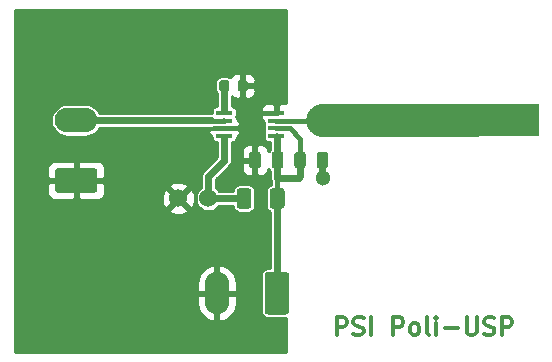
<source format=gbr>
G04 #@! TF.GenerationSoftware,KiCad,Pcbnew,(5.1.10)-1*
G04 #@! TF.CreationDate,2022-01-29T18:34:54-03:00*
G04 #@! TF.ProjectId,vco,76636f2e-6b69-4636-9164-5f7063625858,rev?*
G04 #@! TF.SameCoordinates,Original*
G04 #@! TF.FileFunction,Copper,L1,Top*
G04 #@! TF.FilePolarity,Positive*
%FSLAX46Y46*%
G04 Gerber Fmt 4.6, Leading zero omitted, Abs format (unit mm)*
G04 Created by KiCad (PCBNEW (5.1.10)-1) date 2022-01-29 18:34:54*
%MOMM*%
%LPD*%
G01*
G04 APERTURE LIST*
G04 #@! TA.AperFunction,NonConductor*
%ADD10C,0.300000*%
G04 #@! TD*
G04 #@! TA.AperFunction,ComponentPad*
%ADD11C,1.524000*%
G04 #@! TD*
G04 #@! TA.AperFunction,ComponentPad*
%ADD12O,3.600000X2.080000*%
G04 #@! TD*
G04 #@! TA.AperFunction,SMDPad,CuDef*
%ADD13R,7.620000X2.802900*%
G04 #@! TD*
G04 #@! TA.AperFunction,SMDPad,CuDef*
%ADD14R,1.425000X0.450000*%
G04 #@! TD*
G04 #@! TA.AperFunction,ComponentPad*
%ADD15O,2.080000X3.600000*%
G04 #@! TD*
G04 #@! TA.AperFunction,ViaPad*
%ADD16C,1.300000*%
G04 #@! TD*
G04 #@! TA.AperFunction,Conductor*
%ADD17C,0.600000*%
G04 #@! TD*
G04 #@! TA.AperFunction,Conductor*
%ADD18C,0.460000*%
G04 #@! TD*
G04 #@! TA.AperFunction,Conductor*
%ADD19C,0.300000*%
G04 #@! TD*
G04 #@! TA.AperFunction,Conductor*
%ADD20C,0.450000*%
G04 #@! TD*
G04 #@! TA.AperFunction,Conductor*
%ADD21C,2.803000*%
G04 #@! TD*
G04 #@! TA.AperFunction,Conductor*
%ADD22C,0.254000*%
G04 #@! TD*
G04 #@! TA.AperFunction,Conductor*
%ADD23C,0.100000*%
G04 #@! TD*
G04 APERTURE END LIST*
D10*
X160333502Y-112027091D02*
X160333502Y-110527091D01*
X160904931Y-110527091D01*
X161047788Y-110598520D01*
X161119217Y-110669948D01*
X161190645Y-110812805D01*
X161190645Y-111027091D01*
X161119217Y-111169948D01*
X161047788Y-111241377D01*
X160904931Y-111312805D01*
X160333502Y-111312805D01*
X161762074Y-111955662D02*
X161976360Y-112027091D01*
X162333502Y-112027091D01*
X162476360Y-111955662D01*
X162547788Y-111884234D01*
X162619217Y-111741377D01*
X162619217Y-111598520D01*
X162547788Y-111455662D01*
X162476360Y-111384234D01*
X162333502Y-111312805D01*
X162047788Y-111241377D01*
X161904931Y-111169948D01*
X161833502Y-111098520D01*
X161762074Y-110955662D01*
X161762074Y-110812805D01*
X161833502Y-110669948D01*
X161904931Y-110598520D01*
X162047788Y-110527091D01*
X162404931Y-110527091D01*
X162619217Y-110598520D01*
X163262074Y-112027091D02*
X163262074Y-110527091D01*
X165119217Y-112027091D02*
X165119217Y-110527091D01*
X165690645Y-110527091D01*
X165833502Y-110598520D01*
X165904931Y-110669948D01*
X165976360Y-110812805D01*
X165976360Y-111027091D01*
X165904931Y-111169948D01*
X165833502Y-111241377D01*
X165690645Y-111312805D01*
X165119217Y-111312805D01*
X166833502Y-112027091D02*
X166690645Y-111955662D01*
X166619217Y-111884234D01*
X166547788Y-111741377D01*
X166547788Y-111312805D01*
X166619217Y-111169948D01*
X166690645Y-111098520D01*
X166833502Y-111027091D01*
X167047788Y-111027091D01*
X167190645Y-111098520D01*
X167262074Y-111169948D01*
X167333502Y-111312805D01*
X167333502Y-111741377D01*
X167262074Y-111884234D01*
X167190645Y-111955662D01*
X167047788Y-112027091D01*
X166833502Y-112027091D01*
X168190645Y-112027091D02*
X168047788Y-111955662D01*
X167976360Y-111812805D01*
X167976360Y-110527091D01*
X168762074Y-112027091D02*
X168762074Y-111027091D01*
X168762074Y-110527091D02*
X168690645Y-110598520D01*
X168762074Y-110669948D01*
X168833502Y-110598520D01*
X168762074Y-110527091D01*
X168762074Y-110669948D01*
X169476360Y-111455662D02*
X170619217Y-111455662D01*
X171333502Y-110527091D02*
X171333502Y-111741377D01*
X171404931Y-111884234D01*
X171476360Y-111955662D01*
X171619217Y-112027091D01*
X171904931Y-112027091D01*
X172047788Y-111955662D01*
X172119217Y-111884234D01*
X172190645Y-111741377D01*
X172190645Y-110527091D01*
X172833502Y-111955662D02*
X173047788Y-112027091D01*
X173404931Y-112027091D01*
X173547788Y-111955662D01*
X173619217Y-111884234D01*
X173690645Y-111741377D01*
X173690645Y-111598520D01*
X173619217Y-111455662D01*
X173547788Y-111384234D01*
X173404931Y-111312805D01*
X173119217Y-111241377D01*
X172976360Y-111169948D01*
X172904931Y-111098520D01*
X172833502Y-110955662D01*
X172833502Y-110812805D01*
X172904931Y-110669948D01*
X172976360Y-110598520D01*
X173119217Y-110527091D01*
X173476360Y-110527091D01*
X173690645Y-110598520D01*
X174333502Y-112027091D02*
X174333502Y-110527091D01*
X174904931Y-110527091D01*
X175047788Y-110598520D01*
X175119217Y-110669948D01*
X175190645Y-110812805D01*
X175190645Y-111027091D01*
X175119217Y-111169948D01*
X175047788Y-111241377D01*
X174904931Y-111312805D01*
X174333502Y-111312805D01*
D11*
X149481540Y-100449380D03*
X146941540Y-100449380D03*
G04 #@! TA.AperFunction,SMDPad,CuDef*
G36*
G01*
X153923580Y-96728260D02*
X153923580Y-97678260D01*
G75*
G02*
X153673580Y-97928260I-250000J0D01*
G01*
X153173580Y-97928260D01*
G75*
G02*
X152923580Y-97678260I0J250000D01*
G01*
X152923580Y-96728260D01*
G75*
G02*
X153173580Y-96478260I250000J0D01*
G01*
X153673580Y-96478260D01*
G75*
G02*
X153923580Y-96728260I0J-250000D01*
G01*
G37*
G04 #@! TD.AperFunction*
G04 #@! TA.AperFunction,SMDPad,CuDef*
G36*
G01*
X155823580Y-96728260D02*
X155823580Y-97678260D01*
G75*
G02*
X155573580Y-97928260I-250000J0D01*
G01*
X155073580Y-97928260D01*
G75*
G02*
X154823580Y-97678260I0J250000D01*
G01*
X154823580Y-96728260D01*
G75*
G02*
X155073580Y-96478260I250000J0D01*
G01*
X155573580Y-96478260D01*
G75*
G02*
X155823580Y-96728260I0J-250000D01*
G01*
G37*
G04 #@! TD.AperFunction*
D12*
X138280140Y-93840300D03*
G04 #@! TA.AperFunction,ComponentPad*
G36*
G01*
X139830143Y-99960300D02*
X136730137Y-99960300D01*
G75*
G02*
X136480140Y-99710303I0J249997D01*
G01*
X136480140Y-98130297D01*
G75*
G02*
X136730137Y-97880300I249997J0D01*
G01*
X139830143Y-97880300D01*
G75*
G02*
X140080140Y-98130297I0J-249997D01*
G01*
X140080140Y-99710303D01*
G75*
G02*
X139830143Y-99960300I-249997J0D01*
G01*
G37*
G04 #@! TD.AperFunction*
D13*
X173631860Y-93825060D03*
G04 #@! TA.AperFunction,SMDPad,CuDef*
G36*
G01*
X155926140Y-99824380D02*
X155926140Y-101074380D01*
G75*
G02*
X155676140Y-101324380I-250000J0D01*
G01*
X154926140Y-101324380D01*
G75*
G02*
X154676140Y-101074380I0J250000D01*
G01*
X154676140Y-99824380D01*
G75*
G02*
X154926140Y-99574380I250000J0D01*
G01*
X155676140Y-99574380D01*
G75*
G02*
X155926140Y-99824380I0J-250000D01*
G01*
G37*
G04 #@! TD.AperFunction*
G04 #@! TA.AperFunction,SMDPad,CuDef*
G36*
G01*
X153126140Y-99824380D02*
X153126140Y-101074380D01*
G75*
G02*
X152876140Y-101324380I-250000J0D01*
G01*
X152126140Y-101324380D01*
G75*
G02*
X151876140Y-101074380I0J250000D01*
G01*
X151876140Y-99824380D01*
G75*
G02*
X152126140Y-99574380I250000J0D01*
G01*
X152876140Y-99574380D01*
G75*
G02*
X153126140Y-99824380I0J-250000D01*
G01*
G37*
G04 #@! TD.AperFunction*
D14*
X155244460Y-93205660D03*
X155244460Y-93855660D03*
X155244460Y-94505660D03*
X155244460Y-95155660D03*
X150820460Y-95155660D03*
X150820460Y-94505660D03*
X150820460Y-93855660D03*
X150820460Y-93205660D03*
D15*
X150200360Y-108478320D03*
G04 #@! TA.AperFunction,ComponentPad*
G36*
G01*
X156320360Y-106928317D02*
X156320360Y-110028323D01*
G75*
G02*
X156070363Y-110278320I-249997J0D01*
G01*
X154490357Y-110278320D01*
G75*
G02*
X154240360Y-110028323I0J249997D01*
G01*
X154240360Y-106928317D01*
G75*
G02*
X154490357Y-106678320I249997J0D01*
G01*
X156070363Y-106678320D01*
G75*
G02*
X156320360Y-106928317I0J-249997D01*
G01*
G37*
G04 #@! TD.AperFunction*
G04 #@! TA.AperFunction,SMDPad,CuDef*
G36*
G01*
X150379980Y-91160310D02*
X150379980Y-90647810D01*
G75*
G02*
X150598730Y-90429060I218750J0D01*
G01*
X151036230Y-90429060D01*
G75*
G02*
X151254980Y-90647810I0J-218750D01*
G01*
X151254980Y-91160310D01*
G75*
G02*
X151036230Y-91379060I-218750J0D01*
G01*
X150598730Y-91379060D01*
G75*
G02*
X150379980Y-91160310I0J218750D01*
G01*
G37*
G04 #@! TD.AperFunction*
G04 #@! TA.AperFunction,SMDPad,CuDef*
G36*
G01*
X151954980Y-91160310D02*
X151954980Y-90647810D01*
G75*
G02*
X152173730Y-90429060I218750J0D01*
G01*
X152611230Y-90429060D01*
G75*
G02*
X152829980Y-90647810I0J-218750D01*
G01*
X152829980Y-91160310D01*
G75*
G02*
X152611230Y-91379060I-218750J0D01*
G01*
X152173730Y-91379060D01*
G75*
G02*
X151954980Y-91160310I0J218750D01*
G01*
G37*
G04 #@! TD.AperFunction*
G04 #@! TA.AperFunction,SMDPad,CuDef*
G36*
G01*
X158636120Y-97659510D02*
X158636120Y-96747010D01*
G75*
G02*
X158879870Y-96503260I243750J0D01*
G01*
X159367370Y-96503260D01*
G75*
G02*
X159611120Y-96747010I0J-243750D01*
G01*
X159611120Y-97659510D01*
G75*
G02*
X159367370Y-97903260I-243750J0D01*
G01*
X158879870Y-97903260D01*
G75*
G02*
X158636120Y-97659510I0J243750D01*
G01*
G37*
G04 #@! TD.AperFunction*
G04 #@! TA.AperFunction,SMDPad,CuDef*
G36*
G01*
X156761120Y-97659510D02*
X156761120Y-96747010D01*
G75*
G02*
X157004870Y-96503260I243750J0D01*
G01*
X157492370Y-96503260D01*
G75*
G02*
X157736120Y-96747010I0J-243750D01*
G01*
X157736120Y-97659510D01*
G75*
G02*
X157492370Y-97903260I-243750J0D01*
G01*
X157004870Y-97903260D01*
G75*
G02*
X156761120Y-97659510I0J243750D01*
G01*
G37*
G04 #@! TD.AperFunction*
D16*
X155312460Y-90698660D03*
X148812460Y-95198660D03*
X159146240Y-98724720D03*
D17*
X159123620Y-98702100D02*
X159146240Y-98724720D01*
X159123620Y-97203260D02*
X159123620Y-98702100D01*
X150817480Y-90904060D02*
X150817480Y-92732760D01*
X150820460Y-92735740D02*
X150820460Y-93055650D01*
X150817480Y-92732760D02*
X150820460Y-92735740D01*
X155323580Y-97203260D02*
X155323580Y-95234780D01*
D18*
X155323580Y-100426940D02*
X155301140Y-100449380D01*
D17*
X155323580Y-98689200D02*
X157109120Y-98689200D01*
X155323580Y-97203260D02*
X155323580Y-98689200D01*
D18*
X155323580Y-98689200D02*
X155323580Y-100426940D01*
D17*
X157248620Y-98549700D02*
X157248620Y-97203260D01*
D18*
X157109120Y-98689200D02*
X157248620Y-98549700D01*
X155301140Y-108457540D02*
X155280360Y-108478320D01*
D17*
X155301140Y-100449380D02*
X155301140Y-108457540D01*
D19*
X155344470Y-94605670D02*
X155244460Y-94505660D01*
X155300220Y-95099900D02*
X155244460Y-95155660D01*
D20*
X155244460Y-94505660D02*
X156354660Y-94505660D01*
X157248620Y-95399620D02*
X157248620Y-97203260D01*
X156354660Y-94505660D02*
X157248620Y-95399620D01*
D18*
X172712260Y-93855660D02*
X172717460Y-93850460D01*
D20*
X156311480Y-93855660D02*
X155244460Y-93855660D01*
D19*
X156311600Y-93855540D02*
X156311480Y-93855660D01*
D21*
X172027400Y-93825060D02*
X159072580Y-93825060D01*
D17*
X159042100Y-93855540D02*
X159397700Y-93855540D01*
D20*
X156311600Y-93855540D02*
X159042100Y-93855540D01*
D17*
X149481540Y-100449380D02*
X152501140Y-100449380D01*
X149481540Y-100449380D02*
X149481540Y-98579940D01*
X149481540Y-98579940D02*
X150820460Y-97241020D01*
X150820460Y-97241020D02*
X150820460Y-95230661D01*
D20*
X138295500Y-93855660D02*
X138280140Y-93840300D01*
D17*
X138393002Y-93845380D02*
X149730460Y-93845380D01*
D19*
X150805100Y-93840300D02*
X150820460Y-93855660D01*
D20*
X149740740Y-93855660D02*
X149730460Y-93845380D01*
X150820460Y-93855660D02*
X149740740Y-93855660D01*
D22*
X156054316Y-92351555D02*
X155947127Y-92342664D01*
X155530210Y-92345660D01*
X155371460Y-92504410D01*
X155371460Y-93107660D01*
X155391460Y-93107660D01*
X155391460Y-93302078D01*
X154531960Y-93302078D01*
X154515899Y-93303660D01*
X154055710Y-93303660D01*
X153896960Y-93462410D01*
X153908141Y-93564771D01*
X153946291Y-93683895D01*
X154006949Y-93793288D01*
X154087782Y-93888745D01*
X154185684Y-93966598D01*
X154203378Y-93975708D01*
X154203378Y-94080660D01*
X154209692Y-94144763D01*
X154220581Y-94180660D01*
X154209692Y-94216557D01*
X154203378Y-94280660D01*
X154203378Y-94730660D01*
X154209692Y-94794763D01*
X154220581Y-94830660D01*
X154209692Y-94866557D01*
X154203378Y-94930660D01*
X154203378Y-95380660D01*
X154209692Y-95444763D01*
X154228390Y-95506403D01*
X154258754Y-95563210D01*
X154299617Y-95613003D01*
X154349410Y-95653866D01*
X154406217Y-95684230D01*
X154467857Y-95702928D01*
X154531960Y-95709242D01*
X154696581Y-95709242D01*
X154696580Y-96292781D01*
X154664461Y-96319141D01*
X154592507Y-96406817D01*
X154560511Y-96466677D01*
X154549392Y-96353778D01*
X154513082Y-96234080D01*
X154454117Y-96123766D01*
X154374765Y-96027075D01*
X154278074Y-95947723D01*
X154167760Y-95888758D01*
X154048062Y-95852448D01*
X153923580Y-95840188D01*
X153709330Y-95843260D01*
X153550580Y-96002010D01*
X153550580Y-97076260D01*
X153570580Y-97076260D01*
X153570580Y-97330260D01*
X153550580Y-97330260D01*
X153550580Y-98404510D01*
X153709330Y-98563260D01*
X153923580Y-98566332D01*
X154048062Y-98554072D01*
X154167760Y-98517762D01*
X154278074Y-98458797D01*
X154374765Y-98379445D01*
X154454117Y-98282754D01*
X154513082Y-98172440D01*
X154549392Y-98052742D01*
X154560511Y-97939843D01*
X154592507Y-97999703D01*
X154664461Y-98087379D01*
X154696581Y-98113739D01*
X154696581Y-98658396D01*
X154693547Y-98689200D01*
X154705653Y-98812113D01*
X154741505Y-98930303D01*
X154766580Y-98977215D01*
X154766580Y-99271076D01*
X154704726Y-99289840D01*
X154604697Y-99343307D01*
X154517021Y-99415261D01*
X154445067Y-99502937D01*
X154391600Y-99602966D01*
X154358675Y-99711504D01*
X154347558Y-99824380D01*
X154347558Y-101074380D01*
X154358675Y-101187256D01*
X154391600Y-101295794D01*
X154445067Y-101395823D01*
X154517021Y-101483499D01*
X154604697Y-101555453D01*
X154674140Y-101592571D01*
X154674141Y-106349738D01*
X154490357Y-106349738D01*
X154377482Y-106360855D01*
X154268944Y-106393780D01*
X154168916Y-106447246D01*
X154081240Y-106519200D01*
X154009286Y-106606876D01*
X153955820Y-106706904D01*
X153922895Y-106815442D01*
X153911778Y-106928317D01*
X153911778Y-110028323D01*
X153922895Y-110141198D01*
X153955820Y-110249736D01*
X154009286Y-110349764D01*
X154081240Y-110437440D01*
X154168916Y-110509394D01*
X154268944Y-110562860D01*
X154377482Y-110595785D01*
X154490357Y-110606902D01*
X156021505Y-110606902D01*
X156016421Y-113435507D01*
X133074370Y-113440709D01*
X133080983Y-108605320D01*
X148525360Y-108605320D01*
X148525360Y-109365320D01*
X148582321Y-109689656D01*
X148701462Y-109996647D01*
X148878205Y-110274496D01*
X149105758Y-110512526D01*
X149375376Y-110701589D01*
X149676697Y-110834419D01*
X149813650Y-110868068D01*
X150073360Y-110749242D01*
X150073360Y-108605320D01*
X150327360Y-108605320D01*
X150327360Y-110749242D01*
X150587070Y-110868068D01*
X150724023Y-110834419D01*
X151025344Y-110701589D01*
X151294962Y-110512526D01*
X151522515Y-110274496D01*
X151699258Y-109996647D01*
X151818399Y-109689656D01*
X151875360Y-109365320D01*
X151875360Y-108605320D01*
X150327360Y-108605320D01*
X150073360Y-108605320D01*
X148525360Y-108605320D01*
X133080983Y-108605320D01*
X133082370Y-107591320D01*
X148525360Y-107591320D01*
X148525360Y-108351320D01*
X150073360Y-108351320D01*
X150073360Y-106207398D01*
X150327360Y-106207398D01*
X150327360Y-108351320D01*
X151875360Y-108351320D01*
X151875360Y-107591320D01*
X151818399Y-107266984D01*
X151699258Y-106959993D01*
X151522515Y-106682144D01*
X151294962Y-106444114D01*
X151025344Y-106255051D01*
X150724023Y-106122221D01*
X150587070Y-106088572D01*
X150327360Y-106207398D01*
X150073360Y-106207398D01*
X149813650Y-106088572D01*
X149676697Y-106122221D01*
X149375376Y-106255051D01*
X149105758Y-106444114D01*
X148878205Y-106682144D01*
X148701462Y-106959993D01*
X148582321Y-107266984D01*
X148525360Y-107591320D01*
X133082370Y-107591320D01*
X133090819Y-101414945D01*
X146155580Y-101414945D01*
X146222560Y-101655036D01*
X146471588Y-101772136D01*
X146738675Y-101838403D01*
X147013557Y-101851290D01*
X147285673Y-101810302D01*
X147544563Y-101717016D01*
X147660520Y-101655036D01*
X147727500Y-101414945D01*
X146941540Y-100628985D01*
X146155580Y-101414945D01*
X133090819Y-101414945D01*
X133092809Y-99960300D01*
X135842068Y-99960300D01*
X135854328Y-100084782D01*
X135890638Y-100204480D01*
X135949603Y-100314794D01*
X136028955Y-100411485D01*
X136125646Y-100490837D01*
X136235960Y-100549802D01*
X136355658Y-100586112D01*
X136480140Y-100598372D01*
X137994390Y-100595300D01*
X138153140Y-100436550D01*
X138153140Y-99047300D01*
X138407140Y-99047300D01*
X138407140Y-100436550D01*
X138565890Y-100595300D01*
X140080140Y-100598372D01*
X140204622Y-100586112D01*
X140324320Y-100549802D01*
X140377461Y-100521397D01*
X145539630Y-100521397D01*
X145580618Y-100793513D01*
X145673904Y-101052403D01*
X145735884Y-101168360D01*
X145975975Y-101235340D01*
X146761935Y-100449380D01*
X147121145Y-100449380D01*
X147907105Y-101235340D01*
X148147196Y-101168360D01*
X148264296Y-100919332D01*
X148330563Y-100652245D01*
X148343450Y-100377363D01*
X148338142Y-100342123D01*
X148392540Y-100342123D01*
X148392540Y-100556637D01*
X148434390Y-100767030D01*
X148516481Y-100965215D01*
X148635659Y-101143577D01*
X148787343Y-101295261D01*
X148965705Y-101414439D01*
X149163890Y-101496530D01*
X149374283Y-101538380D01*
X149588797Y-101538380D01*
X149799190Y-101496530D01*
X149997375Y-101414439D01*
X150175737Y-101295261D01*
X150327421Y-101143577D01*
X150372321Y-101076380D01*
X151547755Y-101076380D01*
X151558675Y-101187256D01*
X151591600Y-101295794D01*
X151645067Y-101395823D01*
X151717021Y-101483499D01*
X151804697Y-101555453D01*
X151904726Y-101608920D01*
X152013264Y-101641845D01*
X152126140Y-101652962D01*
X152876140Y-101652962D01*
X152989016Y-101641845D01*
X153097554Y-101608920D01*
X153197583Y-101555453D01*
X153285259Y-101483499D01*
X153357213Y-101395823D01*
X153410680Y-101295794D01*
X153443605Y-101187256D01*
X153454722Y-101074380D01*
X153454722Y-99824380D01*
X153443605Y-99711504D01*
X153410680Y-99602966D01*
X153357213Y-99502937D01*
X153285259Y-99415261D01*
X153197583Y-99343307D01*
X153097554Y-99289840D01*
X152989016Y-99256915D01*
X152876140Y-99245798D01*
X152126140Y-99245798D01*
X152013264Y-99256915D01*
X151904726Y-99289840D01*
X151804697Y-99343307D01*
X151717021Y-99415261D01*
X151645067Y-99502937D01*
X151591600Y-99602966D01*
X151558675Y-99711504D01*
X151547755Y-99822380D01*
X150372321Y-99822380D01*
X150327421Y-99755183D01*
X150175737Y-99603499D01*
X150108540Y-99558599D01*
X150108540Y-98839651D01*
X151019931Y-97928260D01*
X152285508Y-97928260D01*
X152297768Y-98052742D01*
X152334078Y-98172440D01*
X152393043Y-98282754D01*
X152472395Y-98379445D01*
X152569086Y-98458797D01*
X152679400Y-98517762D01*
X152799098Y-98554072D01*
X152923580Y-98566332D01*
X153137830Y-98563260D01*
X153296580Y-98404510D01*
X153296580Y-97330260D01*
X152447330Y-97330260D01*
X152288580Y-97489010D01*
X152285508Y-97928260D01*
X151019931Y-97928260D01*
X151242039Y-97706153D01*
X151265961Y-97686521D01*
X151344313Y-97591048D01*
X151402535Y-97482123D01*
X151438387Y-97363933D01*
X151447460Y-97271814D01*
X151447460Y-97271813D01*
X151450493Y-97241020D01*
X151447460Y-97210226D01*
X151447460Y-96478260D01*
X152285508Y-96478260D01*
X152288580Y-96917510D01*
X152447330Y-97076260D01*
X153296580Y-97076260D01*
X153296580Y-96002010D01*
X153137830Y-95843260D01*
X152923580Y-95840188D01*
X152799098Y-95852448D01*
X152679400Y-95888758D01*
X152569086Y-95947723D01*
X152472395Y-96027075D01*
X152393043Y-96123766D01*
X152334078Y-96234080D01*
X152297768Y-96353778D01*
X152285508Y-96478260D01*
X151447460Y-96478260D01*
X151447460Y-95709242D01*
X151532960Y-95709242D01*
X151597063Y-95702928D01*
X151658703Y-95684230D01*
X151715510Y-95653866D01*
X151765303Y-95613003D01*
X151806166Y-95563210D01*
X151836530Y-95506403D01*
X151855228Y-95444763D01*
X151861542Y-95380660D01*
X151861542Y-95275708D01*
X151879236Y-95266598D01*
X151977138Y-95188745D01*
X152057971Y-95093288D01*
X152118629Y-94983895D01*
X152156779Y-94864771D01*
X152167960Y-94762410D01*
X152009210Y-94603660D01*
X151549021Y-94603660D01*
X151532960Y-94602078D01*
X150835182Y-94602078D01*
X150820460Y-94600628D01*
X150805738Y-94602078D01*
X150107960Y-94602078D01*
X150091899Y-94603660D01*
X149631710Y-94603660D01*
X149472960Y-94762410D01*
X149484141Y-94864771D01*
X149522291Y-94983895D01*
X149582949Y-95093288D01*
X149663782Y-95188745D01*
X149761684Y-95266598D01*
X149779378Y-95275708D01*
X149779378Y-95380660D01*
X149785692Y-95444763D01*
X149804390Y-95506403D01*
X149834754Y-95563210D01*
X149875617Y-95613003D01*
X149925410Y-95653866D01*
X149982217Y-95684230D01*
X150043857Y-95702928D01*
X150107960Y-95709242D01*
X150193461Y-95709242D01*
X150193460Y-96981308D01*
X149059962Y-98114807D01*
X149036040Y-98134439D01*
X148957688Y-98229912D01*
X148899466Y-98338837D01*
X148863613Y-98457028D01*
X148851507Y-98579940D01*
X148854541Y-98610744D01*
X148854540Y-99558599D01*
X148787343Y-99603499D01*
X148635659Y-99755183D01*
X148516481Y-99933545D01*
X148434390Y-100131730D01*
X148392540Y-100342123D01*
X148338142Y-100342123D01*
X148302462Y-100105247D01*
X148209176Y-99846357D01*
X148147196Y-99730400D01*
X147907105Y-99663420D01*
X147121145Y-100449380D01*
X146761935Y-100449380D01*
X145975975Y-99663420D01*
X145735884Y-99730400D01*
X145618784Y-99979428D01*
X145552517Y-100246515D01*
X145539630Y-100521397D01*
X140377461Y-100521397D01*
X140434634Y-100490837D01*
X140531325Y-100411485D01*
X140610677Y-100314794D01*
X140669642Y-100204480D01*
X140705952Y-100084782D01*
X140718212Y-99960300D01*
X140716272Y-99483815D01*
X146155580Y-99483815D01*
X146941540Y-100269775D01*
X147727500Y-99483815D01*
X147660520Y-99243724D01*
X147411492Y-99126624D01*
X147144405Y-99060357D01*
X146869523Y-99047470D01*
X146597407Y-99088458D01*
X146338517Y-99181744D01*
X146222560Y-99243724D01*
X146155580Y-99483815D01*
X140716272Y-99483815D01*
X140715140Y-99206050D01*
X140556390Y-99047300D01*
X138407140Y-99047300D01*
X138153140Y-99047300D01*
X136003890Y-99047300D01*
X135845140Y-99206050D01*
X135842068Y-99960300D01*
X133092809Y-99960300D01*
X133095654Y-97880300D01*
X135842068Y-97880300D01*
X135845140Y-98634550D01*
X136003890Y-98793300D01*
X138153140Y-98793300D01*
X138153140Y-97404050D01*
X138407140Y-97404050D01*
X138407140Y-98793300D01*
X140556390Y-98793300D01*
X140715140Y-98634550D01*
X140718212Y-97880300D01*
X140705952Y-97755818D01*
X140669642Y-97636120D01*
X140610677Y-97525806D01*
X140531325Y-97429115D01*
X140434634Y-97349763D01*
X140324320Y-97290798D01*
X140204622Y-97254488D01*
X140080140Y-97242228D01*
X138565890Y-97245300D01*
X138407140Y-97404050D01*
X138153140Y-97404050D01*
X137994390Y-97245300D01*
X136480140Y-97242228D01*
X136355658Y-97254488D01*
X136235960Y-97290798D01*
X136125646Y-97349763D01*
X136028955Y-97429115D01*
X135949603Y-97525806D01*
X135890638Y-97636120D01*
X135854328Y-97755818D01*
X135842068Y-97880300D01*
X133095654Y-97880300D01*
X133101180Y-93840300D01*
X136146526Y-93840300D01*
X136172920Y-94108279D01*
X136251086Y-94365959D01*
X136378022Y-94603439D01*
X136548848Y-94811592D01*
X136757001Y-94982418D01*
X136994481Y-95109354D01*
X137252161Y-95187520D01*
X137452988Y-95207300D01*
X139107292Y-95207300D01*
X139308119Y-95187520D01*
X139565799Y-95109354D01*
X139803279Y-94982418D01*
X140011432Y-94811592D01*
X140182258Y-94603439D01*
X140252311Y-94472380D01*
X149761254Y-94472380D01*
X149853373Y-94463307D01*
X149971563Y-94427455D01*
X150008597Y-94407660D01*
X150091899Y-94407660D01*
X150107960Y-94409242D01*
X151532960Y-94409242D01*
X151549021Y-94407660D01*
X152009210Y-94407660D01*
X152167960Y-94248910D01*
X152156779Y-94146549D01*
X152118629Y-94027425D01*
X152057971Y-93918032D01*
X151977138Y-93822575D01*
X151879236Y-93744722D01*
X151861542Y-93735612D01*
X151861542Y-93630660D01*
X151855228Y-93566557D01*
X151844339Y-93530660D01*
X151855228Y-93494763D01*
X151861542Y-93430660D01*
X151861542Y-92980660D01*
X151858415Y-92948910D01*
X153896960Y-92948910D01*
X154055710Y-93107660D01*
X155117460Y-93107660D01*
X155117460Y-92504410D01*
X154958710Y-92345660D01*
X154541793Y-92342664D01*
X154417137Y-92353004D01*
X154296894Y-92387465D01*
X154185684Y-92444722D01*
X154087782Y-92522575D01*
X154006949Y-92618032D01*
X153946291Y-92727425D01*
X153908141Y-92846549D01*
X153896960Y-92948910D01*
X151858415Y-92948910D01*
X151855228Y-92916557D01*
X151836530Y-92854917D01*
X151806166Y-92798110D01*
X151765303Y-92748317D01*
X151715510Y-92707454D01*
X151658703Y-92677090D01*
X151597063Y-92658392D01*
X151532960Y-92652078D01*
X151444480Y-92652078D01*
X151444480Y-91757969D01*
X151503795Y-91830245D01*
X151600486Y-91909597D01*
X151710800Y-91968562D01*
X151830498Y-92004872D01*
X151954980Y-92017132D01*
X152106730Y-92014060D01*
X152265480Y-91855310D01*
X152265480Y-91031060D01*
X152519480Y-91031060D01*
X152519480Y-91855310D01*
X152678230Y-92014060D01*
X152829980Y-92017132D01*
X152954462Y-92004872D01*
X153074160Y-91968562D01*
X153184474Y-91909597D01*
X153281165Y-91830245D01*
X153360517Y-91733554D01*
X153419482Y-91623240D01*
X153455792Y-91503542D01*
X153468052Y-91379060D01*
X153464980Y-91189810D01*
X153306230Y-91031060D01*
X152519480Y-91031060D01*
X152265480Y-91031060D01*
X152245480Y-91031060D01*
X152245480Y-90777060D01*
X152265480Y-90777060D01*
X152265480Y-89952810D01*
X152519480Y-89952810D01*
X152519480Y-90777060D01*
X153306230Y-90777060D01*
X153464980Y-90618310D01*
X153468052Y-90429060D01*
X153455792Y-90304578D01*
X153419482Y-90184880D01*
X153360517Y-90074566D01*
X153281165Y-89977875D01*
X153184474Y-89898523D01*
X153074160Y-89839558D01*
X152954462Y-89803248D01*
X152829980Y-89790988D01*
X152678230Y-89794060D01*
X152519480Y-89952810D01*
X152265480Y-89952810D01*
X152106730Y-89794060D01*
X151954980Y-89790988D01*
X151830498Y-89803248D01*
X151710800Y-89839558D01*
X151600486Y-89898523D01*
X151503795Y-89977875D01*
X151424443Y-90074566D01*
X151365478Y-90184880D01*
X151358557Y-90207694D01*
X151340311Y-90192720D01*
X151245685Y-90142141D01*
X151143009Y-90110995D01*
X151036230Y-90100478D01*
X150598730Y-90100478D01*
X150491951Y-90110995D01*
X150389275Y-90142141D01*
X150294649Y-90192720D01*
X150211708Y-90260788D01*
X150143640Y-90343729D01*
X150093061Y-90438355D01*
X150061915Y-90541031D01*
X150051398Y-90647810D01*
X150051398Y-91160310D01*
X150061915Y-91267089D01*
X150093061Y-91369765D01*
X150143640Y-91464391D01*
X150190480Y-91521466D01*
X150190481Y-92652078D01*
X150107960Y-92652078D01*
X150043857Y-92658392D01*
X149982217Y-92677090D01*
X149925410Y-92707454D01*
X149875617Y-92748317D01*
X149834754Y-92798110D01*
X149804390Y-92854917D01*
X149785692Y-92916557D01*
X149779378Y-92980660D01*
X149779378Y-93220165D01*
X149761254Y-93218380D01*
X140257741Y-93218380D01*
X140182258Y-93077161D01*
X140011432Y-92869008D01*
X139803279Y-92698182D01*
X139565799Y-92571246D01*
X139308119Y-92493080D01*
X139107292Y-92473300D01*
X137452988Y-92473300D01*
X137252161Y-92493080D01*
X136994481Y-92571246D01*
X136757001Y-92698182D01*
X136548848Y-92869008D01*
X136378022Y-93077161D01*
X136251086Y-93314641D01*
X136172920Y-93572321D01*
X136146526Y-93840300D01*
X133101180Y-93840300D01*
X133113910Y-84534101D01*
X156068399Y-84515869D01*
X156054316Y-92351555D01*
G04 #@! TA.AperFunction,Conductor*
D23*
G36*
X156054316Y-92351555D02*
G01*
X155947127Y-92342664D01*
X155530210Y-92345660D01*
X155371460Y-92504410D01*
X155371460Y-93107660D01*
X155391460Y-93107660D01*
X155391460Y-93302078D01*
X154531960Y-93302078D01*
X154515899Y-93303660D01*
X154055710Y-93303660D01*
X153896960Y-93462410D01*
X153908141Y-93564771D01*
X153946291Y-93683895D01*
X154006949Y-93793288D01*
X154087782Y-93888745D01*
X154185684Y-93966598D01*
X154203378Y-93975708D01*
X154203378Y-94080660D01*
X154209692Y-94144763D01*
X154220581Y-94180660D01*
X154209692Y-94216557D01*
X154203378Y-94280660D01*
X154203378Y-94730660D01*
X154209692Y-94794763D01*
X154220581Y-94830660D01*
X154209692Y-94866557D01*
X154203378Y-94930660D01*
X154203378Y-95380660D01*
X154209692Y-95444763D01*
X154228390Y-95506403D01*
X154258754Y-95563210D01*
X154299617Y-95613003D01*
X154349410Y-95653866D01*
X154406217Y-95684230D01*
X154467857Y-95702928D01*
X154531960Y-95709242D01*
X154696581Y-95709242D01*
X154696580Y-96292781D01*
X154664461Y-96319141D01*
X154592507Y-96406817D01*
X154560511Y-96466677D01*
X154549392Y-96353778D01*
X154513082Y-96234080D01*
X154454117Y-96123766D01*
X154374765Y-96027075D01*
X154278074Y-95947723D01*
X154167760Y-95888758D01*
X154048062Y-95852448D01*
X153923580Y-95840188D01*
X153709330Y-95843260D01*
X153550580Y-96002010D01*
X153550580Y-97076260D01*
X153570580Y-97076260D01*
X153570580Y-97330260D01*
X153550580Y-97330260D01*
X153550580Y-98404510D01*
X153709330Y-98563260D01*
X153923580Y-98566332D01*
X154048062Y-98554072D01*
X154167760Y-98517762D01*
X154278074Y-98458797D01*
X154374765Y-98379445D01*
X154454117Y-98282754D01*
X154513082Y-98172440D01*
X154549392Y-98052742D01*
X154560511Y-97939843D01*
X154592507Y-97999703D01*
X154664461Y-98087379D01*
X154696581Y-98113739D01*
X154696581Y-98658396D01*
X154693547Y-98689200D01*
X154705653Y-98812113D01*
X154741505Y-98930303D01*
X154766580Y-98977215D01*
X154766580Y-99271076D01*
X154704726Y-99289840D01*
X154604697Y-99343307D01*
X154517021Y-99415261D01*
X154445067Y-99502937D01*
X154391600Y-99602966D01*
X154358675Y-99711504D01*
X154347558Y-99824380D01*
X154347558Y-101074380D01*
X154358675Y-101187256D01*
X154391600Y-101295794D01*
X154445067Y-101395823D01*
X154517021Y-101483499D01*
X154604697Y-101555453D01*
X154674140Y-101592571D01*
X154674141Y-106349738D01*
X154490357Y-106349738D01*
X154377482Y-106360855D01*
X154268944Y-106393780D01*
X154168916Y-106447246D01*
X154081240Y-106519200D01*
X154009286Y-106606876D01*
X153955820Y-106706904D01*
X153922895Y-106815442D01*
X153911778Y-106928317D01*
X153911778Y-110028323D01*
X153922895Y-110141198D01*
X153955820Y-110249736D01*
X154009286Y-110349764D01*
X154081240Y-110437440D01*
X154168916Y-110509394D01*
X154268944Y-110562860D01*
X154377482Y-110595785D01*
X154490357Y-110606902D01*
X156021505Y-110606902D01*
X156016421Y-113435507D01*
X133074370Y-113440709D01*
X133080983Y-108605320D01*
X148525360Y-108605320D01*
X148525360Y-109365320D01*
X148582321Y-109689656D01*
X148701462Y-109996647D01*
X148878205Y-110274496D01*
X149105758Y-110512526D01*
X149375376Y-110701589D01*
X149676697Y-110834419D01*
X149813650Y-110868068D01*
X150073360Y-110749242D01*
X150073360Y-108605320D01*
X150327360Y-108605320D01*
X150327360Y-110749242D01*
X150587070Y-110868068D01*
X150724023Y-110834419D01*
X151025344Y-110701589D01*
X151294962Y-110512526D01*
X151522515Y-110274496D01*
X151699258Y-109996647D01*
X151818399Y-109689656D01*
X151875360Y-109365320D01*
X151875360Y-108605320D01*
X150327360Y-108605320D01*
X150073360Y-108605320D01*
X148525360Y-108605320D01*
X133080983Y-108605320D01*
X133082370Y-107591320D01*
X148525360Y-107591320D01*
X148525360Y-108351320D01*
X150073360Y-108351320D01*
X150073360Y-106207398D01*
X150327360Y-106207398D01*
X150327360Y-108351320D01*
X151875360Y-108351320D01*
X151875360Y-107591320D01*
X151818399Y-107266984D01*
X151699258Y-106959993D01*
X151522515Y-106682144D01*
X151294962Y-106444114D01*
X151025344Y-106255051D01*
X150724023Y-106122221D01*
X150587070Y-106088572D01*
X150327360Y-106207398D01*
X150073360Y-106207398D01*
X149813650Y-106088572D01*
X149676697Y-106122221D01*
X149375376Y-106255051D01*
X149105758Y-106444114D01*
X148878205Y-106682144D01*
X148701462Y-106959993D01*
X148582321Y-107266984D01*
X148525360Y-107591320D01*
X133082370Y-107591320D01*
X133090819Y-101414945D01*
X146155580Y-101414945D01*
X146222560Y-101655036D01*
X146471588Y-101772136D01*
X146738675Y-101838403D01*
X147013557Y-101851290D01*
X147285673Y-101810302D01*
X147544563Y-101717016D01*
X147660520Y-101655036D01*
X147727500Y-101414945D01*
X146941540Y-100628985D01*
X146155580Y-101414945D01*
X133090819Y-101414945D01*
X133092809Y-99960300D01*
X135842068Y-99960300D01*
X135854328Y-100084782D01*
X135890638Y-100204480D01*
X135949603Y-100314794D01*
X136028955Y-100411485D01*
X136125646Y-100490837D01*
X136235960Y-100549802D01*
X136355658Y-100586112D01*
X136480140Y-100598372D01*
X137994390Y-100595300D01*
X138153140Y-100436550D01*
X138153140Y-99047300D01*
X138407140Y-99047300D01*
X138407140Y-100436550D01*
X138565890Y-100595300D01*
X140080140Y-100598372D01*
X140204622Y-100586112D01*
X140324320Y-100549802D01*
X140377461Y-100521397D01*
X145539630Y-100521397D01*
X145580618Y-100793513D01*
X145673904Y-101052403D01*
X145735884Y-101168360D01*
X145975975Y-101235340D01*
X146761935Y-100449380D01*
X147121145Y-100449380D01*
X147907105Y-101235340D01*
X148147196Y-101168360D01*
X148264296Y-100919332D01*
X148330563Y-100652245D01*
X148343450Y-100377363D01*
X148338142Y-100342123D01*
X148392540Y-100342123D01*
X148392540Y-100556637D01*
X148434390Y-100767030D01*
X148516481Y-100965215D01*
X148635659Y-101143577D01*
X148787343Y-101295261D01*
X148965705Y-101414439D01*
X149163890Y-101496530D01*
X149374283Y-101538380D01*
X149588797Y-101538380D01*
X149799190Y-101496530D01*
X149997375Y-101414439D01*
X150175737Y-101295261D01*
X150327421Y-101143577D01*
X150372321Y-101076380D01*
X151547755Y-101076380D01*
X151558675Y-101187256D01*
X151591600Y-101295794D01*
X151645067Y-101395823D01*
X151717021Y-101483499D01*
X151804697Y-101555453D01*
X151904726Y-101608920D01*
X152013264Y-101641845D01*
X152126140Y-101652962D01*
X152876140Y-101652962D01*
X152989016Y-101641845D01*
X153097554Y-101608920D01*
X153197583Y-101555453D01*
X153285259Y-101483499D01*
X153357213Y-101395823D01*
X153410680Y-101295794D01*
X153443605Y-101187256D01*
X153454722Y-101074380D01*
X153454722Y-99824380D01*
X153443605Y-99711504D01*
X153410680Y-99602966D01*
X153357213Y-99502937D01*
X153285259Y-99415261D01*
X153197583Y-99343307D01*
X153097554Y-99289840D01*
X152989016Y-99256915D01*
X152876140Y-99245798D01*
X152126140Y-99245798D01*
X152013264Y-99256915D01*
X151904726Y-99289840D01*
X151804697Y-99343307D01*
X151717021Y-99415261D01*
X151645067Y-99502937D01*
X151591600Y-99602966D01*
X151558675Y-99711504D01*
X151547755Y-99822380D01*
X150372321Y-99822380D01*
X150327421Y-99755183D01*
X150175737Y-99603499D01*
X150108540Y-99558599D01*
X150108540Y-98839651D01*
X151019931Y-97928260D01*
X152285508Y-97928260D01*
X152297768Y-98052742D01*
X152334078Y-98172440D01*
X152393043Y-98282754D01*
X152472395Y-98379445D01*
X152569086Y-98458797D01*
X152679400Y-98517762D01*
X152799098Y-98554072D01*
X152923580Y-98566332D01*
X153137830Y-98563260D01*
X153296580Y-98404510D01*
X153296580Y-97330260D01*
X152447330Y-97330260D01*
X152288580Y-97489010D01*
X152285508Y-97928260D01*
X151019931Y-97928260D01*
X151242039Y-97706153D01*
X151265961Y-97686521D01*
X151344313Y-97591048D01*
X151402535Y-97482123D01*
X151438387Y-97363933D01*
X151447460Y-97271814D01*
X151447460Y-97271813D01*
X151450493Y-97241020D01*
X151447460Y-97210226D01*
X151447460Y-96478260D01*
X152285508Y-96478260D01*
X152288580Y-96917510D01*
X152447330Y-97076260D01*
X153296580Y-97076260D01*
X153296580Y-96002010D01*
X153137830Y-95843260D01*
X152923580Y-95840188D01*
X152799098Y-95852448D01*
X152679400Y-95888758D01*
X152569086Y-95947723D01*
X152472395Y-96027075D01*
X152393043Y-96123766D01*
X152334078Y-96234080D01*
X152297768Y-96353778D01*
X152285508Y-96478260D01*
X151447460Y-96478260D01*
X151447460Y-95709242D01*
X151532960Y-95709242D01*
X151597063Y-95702928D01*
X151658703Y-95684230D01*
X151715510Y-95653866D01*
X151765303Y-95613003D01*
X151806166Y-95563210D01*
X151836530Y-95506403D01*
X151855228Y-95444763D01*
X151861542Y-95380660D01*
X151861542Y-95275708D01*
X151879236Y-95266598D01*
X151977138Y-95188745D01*
X152057971Y-95093288D01*
X152118629Y-94983895D01*
X152156779Y-94864771D01*
X152167960Y-94762410D01*
X152009210Y-94603660D01*
X151549021Y-94603660D01*
X151532960Y-94602078D01*
X150835182Y-94602078D01*
X150820460Y-94600628D01*
X150805738Y-94602078D01*
X150107960Y-94602078D01*
X150091899Y-94603660D01*
X149631710Y-94603660D01*
X149472960Y-94762410D01*
X149484141Y-94864771D01*
X149522291Y-94983895D01*
X149582949Y-95093288D01*
X149663782Y-95188745D01*
X149761684Y-95266598D01*
X149779378Y-95275708D01*
X149779378Y-95380660D01*
X149785692Y-95444763D01*
X149804390Y-95506403D01*
X149834754Y-95563210D01*
X149875617Y-95613003D01*
X149925410Y-95653866D01*
X149982217Y-95684230D01*
X150043857Y-95702928D01*
X150107960Y-95709242D01*
X150193461Y-95709242D01*
X150193460Y-96981308D01*
X149059962Y-98114807D01*
X149036040Y-98134439D01*
X148957688Y-98229912D01*
X148899466Y-98338837D01*
X148863613Y-98457028D01*
X148851507Y-98579940D01*
X148854541Y-98610744D01*
X148854540Y-99558599D01*
X148787343Y-99603499D01*
X148635659Y-99755183D01*
X148516481Y-99933545D01*
X148434390Y-100131730D01*
X148392540Y-100342123D01*
X148338142Y-100342123D01*
X148302462Y-100105247D01*
X148209176Y-99846357D01*
X148147196Y-99730400D01*
X147907105Y-99663420D01*
X147121145Y-100449380D01*
X146761935Y-100449380D01*
X145975975Y-99663420D01*
X145735884Y-99730400D01*
X145618784Y-99979428D01*
X145552517Y-100246515D01*
X145539630Y-100521397D01*
X140377461Y-100521397D01*
X140434634Y-100490837D01*
X140531325Y-100411485D01*
X140610677Y-100314794D01*
X140669642Y-100204480D01*
X140705952Y-100084782D01*
X140718212Y-99960300D01*
X140716272Y-99483815D01*
X146155580Y-99483815D01*
X146941540Y-100269775D01*
X147727500Y-99483815D01*
X147660520Y-99243724D01*
X147411492Y-99126624D01*
X147144405Y-99060357D01*
X146869523Y-99047470D01*
X146597407Y-99088458D01*
X146338517Y-99181744D01*
X146222560Y-99243724D01*
X146155580Y-99483815D01*
X140716272Y-99483815D01*
X140715140Y-99206050D01*
X140556390Y-99047300D01*
X138407140Y-99047300D01*
X138153140Y-99047300D01*
X136003890Y-99047300D01*
X135845140Y-99206050D01*
X135842068Y-99960300D01*
X133092809Y-99960300D01*
X133095654Y-97880300D01*
X135842068Y-97880300D01*
X135845140Y-98634550D01*
X136003890Y-98793300D01*
X138153140Y-98793300D01*
X138153140Y-97404050D01*
X138407140Y-97404050D01*
X138407140Y-98793300D01*
X140556390Y-98793300D01*
X140715140Y-98634550D01*
X140718212Y-97880300D01*
X140705952Y-97755818D01*
X140669642Y-97636120D01*
X140610677Y-97525806D01*
X140531325Y-97429115D01*
X140434634Y-97349763D01*
X140324320Y-97290798D01*
X140204622Y-97254488D01*
X140080140Y-97242228D01*
X138565890Y-97245300D01*
X138407140Y-97404050D01*
X138153140Y-97404050D01*
X137994390Y-97245300D01*
X136480140Y-97242228D01*
X136355658Y-97254488D01*
X136235960Y-97290798D01*
X136125646Y-97349763D01*
X136028955Y-97429115D01*
X135949603Y-97525806D01*
X135890638Y-97636120D01*
X135854328Y-97755818D01*
X135842068Y-97880300D01*
X133095654Y-97880300D01*
X133101180Y-93840300D01*
X136146526Y-93840300D01*
X136172920Y-94108279D01*
X136251086Y-94365959D01*
X136378022Y-94603439D01*
X136548848Y-94811592D01*
X136757001Y-94982418D01*
X136994481Y-95109354D01*
X137252161Y-95187520D01*
X137452988Y-95207300D01*
X139107292Y-95207300D01*
X139308119Y-95187520D01*
X139565799Y-95109354D01*
X139803279Y-94982418D01*
X140011432Y-94811592D01*
X140182258Y-94603439D01*
X140252311Y-94472380D01*
X149761254Y-94472380D01*
X149853373Y-94463307D01*
X149971563Y-94427455D01*
X150008597Y-94407660D01*
X150091899Y-94407660D01*
X150107960Y-94409242D01*
X151532960Y-94409242D01*
X151549021Y-94407660D01*
X152009210Y-94407660D01*
X152167960Y-94248910D01*
X152156779Y-94146549D01*
X152118629Y-94027425D01*
X152057971Y-93918032D01*
X151977138Y-93822575D01*
X151879236Y-93744722D01*
X151861542Y-93735612D01*
X151861542Y-93630660D01*
X151855228Y-93566557D01*
X151844339Y-93530660D01*
X151855228Y-93494763D01*
X151861542Y-93430660D01*
X151861542Y-92980660D01*
X151858415Y-92948910D01*
X153896960Y-92948910D01*
X154055710Y-93107660D01*
X155117460Y-93107660D01*
X155117460Y-92504410D01*
X154958710Y-92345660D01*
X154541793Y-92342664D01*
X154417137Y-92353004D01*
X154296894Y-92387465D01*
X154185684Y-92444722D01*
X154087782Y-92522575D01*
X154006949Y-92618032D01*
X153946291Y-92727425D01*
X153908141Y-92846549D01*
X153896960Y-92948910D01*
X151858415Y-92948910D01*
X151855228Y-92916557D01*
X151836530Y-92854917D01*
X151806166Y-92798110D01*
X151765303Y-92748317D01*
X151715510Y-92707454D01*
X151658703Y-92677090D01*
X151597063Y-92658392D01*
X151532960Y-92652078D01*
X151444480Y-92652078D01*
X151444480Y-91757969D01*
X151503795Y-91830245D01*
X151600486Y-91909597D01*
X151710800Y-91968562D01*
X151830498Y-92004872D01*
X151954980Y-92017132D01*
X152106730Y-92014060D01*
X152265480Y-91855310D01*
X152265480Y-91031060D01*
X152519480Y-91031060D01*
X152519480Y-91855310D01*
X152678230Y-92014060D01*
X152829980Y-92017132D01*
X152954462Y-92004872D01*
X153074160Y-91968562D01*
X153184474Y-91909597D01*
X153281165Y-91830245D01*
X153360517Y-91733554D01*
X153419482Y-91623240D01*
X153455792Y-91503542D01*
X153468052Y-91379060D01*
X153464980Y-91189810D01*
X153306230Y-91031060D01*
X152519480Y-91031060D01*
X152265480Y-91031060D01*
X152245480Y-91031060D01*
X152245480Y-90777060D01*
X152265480Y-90777060D01*
X152265480Y-89952810D01*
X152519480Y-89952810D01*
X152519480Y-90777060D01*
X153306230Y-90777060D01*
X153464980Y-90618310D01*
X153468052Y-90429060D01*
X153455792Y-90304578D01*
X153419482Y-90184880D01*
X153360517Y-90074566D01*
X153281165Y-89977875D01*
X153184474Y-89898523D01*
X153074160Y-89839558D01*
X152954462Y-89803248D01*
X152829980Y-89790988D01*
X152678230Y-89794060D01*
X152519480Y-89952810D01*
X152265480Y-89952810D01*
X152106730Y-89794060D01*
X151954980Y-89790988D01*
X151830498Y-89803248D01*
X151710800Y-89839558D01*
X151600486Y-89898523D01*
X151503795Y-89977875D01*
X151424443Y-90074566D01*
X151365478Y-90184880D01*
X151358557Y-90207694D01*
X151340311Y-90192720D01*
X151245685Y-90142141D01*
X151143009Y-90110995D01*
X151036230Y-90100478D01*
X150598730Y-90100478D01*
X150491951Y-90110995D01*
X150389275Y-90142141D01*
X150294649Y-90192720D01*
X150211708Y-90260788D01*
X150143640Y-90343729D01*
X150093061Y-90438355D01*
X150061915Y-90541031D01*
X150051398Y-90647810D01*
X150051398Y-91160310D01*
X150061915Y-91267089D01*
X150093061Y-91369765D01*
X150143640Y-91464391D01*
X150190480Y-91521466D01*
X150190481Y-92652078D01*
X150107960Y-92652078D01*
X150043857Y-92658392D01*
X149982217Y-92677090D01*
X149925410Y-92707454D01*
X149875617Y-92748317D01*
X149834754Y-92798110D01*
X149804390Y-92854917D01*
X149785692Y-92916557D01*
X149779378Y-92980660D01*
X149779378Y-93220165D01*
X149761254Y-93218380D01*
X140257741Y-93218380D01*
X140182258Y-93077161D01*
X140011432Y-92869008D01*
X139803279Y-92698182D01*
X139565799Y-92571246D01*
X139308119Y-92493080D01*
X139107292Y-92473300D01*
X137452988Y-92473300D01*
X137252161Y-92493080D01*
X136994481Y-92571246D01*
X136757001Y-92698182D01*
X136548848Y-92869008D01*
X136378022Y-93077161D01*
X136251086Y-93314641D01*
X136172920Y-93572321D01*
X136146526Y-93840300D01*
X133101180Y-93840300D01*
X133113910Y-84534101D01*
X156068399Y-84515869D01*
X156054316Y-92351555D01*
G37*
G04 #@! TD.AperFunction*
M02*

</source>
